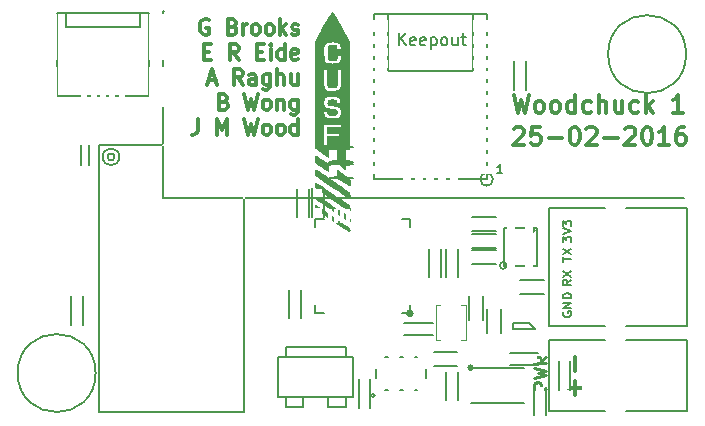
<source format=gto>
G04 #@! TF.FileFunction,Legend,Top*
%FSLAX46Y46*%
G04 Gerber Fmt 4.6, Leading zero omitted, Abs format (unit mm)*
G04 Created by KiCad (PCBNEW 4.0.1-stable) date 10/03/2016 22:19:41*
%MOMM*%
G01*
G04 APERTURE LIST*
%ADD10C,0.100000*%
%ADD11C,0.200000*%
%ADD12C,0.187500*%
%ADD13C,0.300000*%
%ADD14C,0.250000*%
%ADD15C,0.150000*%
%ADD16C,0.050000*%
%ADD17R,1.200000X0.300000*%
%ADD18R,0.300000X1.200000*%
%ADD19C,1.500000*%
%ADD20C,1.100000*%
%ADD21C,1.700000*%
%ADD22R,0.600000X1.500000*%
%ADD23R,5.080000X2.413000*%
%ADD24R,0.800000X0.800000*%
%ADD25R,0.500000X0.600000*%
%ADD26R,1.500000X0.700000*%
%ADD27R,1.500000X1.000000*%
%ADD28R,0.700000X1.500000*%
%ADD29C,1.016000*%
%ADD30R,0.500000X2.250000*%
%ADD31R,2.050000X4.000000*%
%ADD32R,2.050000X3.500000*%
%ADD33C,0.900000*%
%ADD34R,0.700000X0.950000*%
%ADD35R,0.950000X0.700000*%
%ADD36R,0.700000X0.800000*%
%ADD37R,0.600000X1.100000*%
%ADD38R,1.400000X0.400000*%
%ADD39R,1.700000X0.800000*%
%ADD40C,6.300000*%
%ADD41C,0.600000*%
G04 APERTURE END LIST*
D10*
D11*
X224100000Y-116150000D02*
X191000000Y-116150000D01*
D12*
X213839286Y-121571428D02*
X213839286Y-121142857D01*
X214589286Y-121357143D02*
X213839286Y-121357143D01*
X213839286Y-120964285D02*
X214589286Y-120464285D01*
X213839286Y-120464285D02*
X214589286Y-120964285D01*
D11*
X175900000Y-112700000D02*
G75*
G03X175900000Y-112700000I-300000J0D01*
G01*
X176307107Y-112700000D02*
G75*
G03X176307107Y-112700000I-707107J0D01*
G01*
X209082843Y-121900000D02*
G75*
G03X209082843Y-121900000I-282843J0D01*
G01*
X207938516Y-114600000D02*
G75*
G03X207938516Y-114600000I-538516J0D01*
G01*
D12*
X208714286Y-114089286D02*
X208285714Y-114089286D01*
X208500000Y-114089286D02*
X208500000Y-113339286D01*
X208428571Y-113446429D01*
X208357143Y-113517857D01*
X208285714Y-113553571D01*
X214589286Y-123125000D02*
X214232143Y-123375000D01*
X214589286Y-123553572D02*
X213839286Y-123553572D01*
X213839286Y-123267857D01*
X213875000Y-123196429D01*
X213910714Y-123160714D01*
X213982143Y-123125000D01*
X214089286Y-123125000D01*
X214160714Y-123160714D01*
X214196429Y-123196429D01*
X214232143Y-123267857D01*
X214232143Y-123553572D01*
X213839286Y-122875000D02*
X214589286Y-122375000D01*
X213839286Y-122375000D02*
X214589286Y-122875000D01*
X213875000Y-125821428D02*
X213839286Y-125892857D01*
X213839286Y-126000000D01*
X213875000Y-126107143D01*
X213946429Y-126178571D01*
X214017857Y-126214286D01*
X214160714Y-126250000D01*
X214267857Y-126250000D01*
X214410714Y-126214286D01*
X214482143Y-126178571D01*
X214553571Y-126107143D01*
X214589286Y-126000000D01*
X214589286Y-125928571D01*
X214553571Y-125821428D01*
X214517857Y-125785714D01*
X214267857Y-125785714D01*
X214267857Y-125928571D01*
X214589286Y-125464286D02*
X213839286Y-125464286D01*
X214589286Y-125035714D01*
X213839286Y-125035714D01*
X214589286Y-124678572D02*
X213839286Y-124678572D01*
X213839286Y-124500000D01*
X213875000Y-124392857D01*
X213946429Y-124321429D01*
X214017857Y-124285714D01*
X214160714Y-124250000D01*
X214267857Y-124250000D01*
X214410714Y-124285714D01*
X214482143Y-124321429D01*
X214553571Y-124392857D01*
X214589286Y-124500000D01*
X214589286Y-124678572D01*
X213839286Y-119928571D02*
X213839286Y-119464285D01*
X214125000Y-119714285D01*
X214125000Y-119607143D01*
X214160714Y-119535714D01*
X214196429Y-119500000D01*
X214267857Y-119464285D01*
X214446429Y-119464285D01*
X214517857Y-119500000D01*
X214553571Y-119535714D01*
X214589286Y-119607143D01*
X214589286Y-119821428D01*
X214553571Y-119892857D01*
X214517857Y-119928571D01*
X213839286Y-119249999D02*
X214589286Y-118999999D01*
X213839286Y-118749999D01*
X213839286Y-118571428D02*
X213839286Y-118107142D01*
X214125000Y-118357142D01*
X214125000Y-118250000D01*
X214160714Y-118178571D01*
X214196429Y-118142857D01*
X214267857Y-118107142D01*
X214446429Y-118107142D01*
X214517857Y-118142857D01*
X214553571Y-118178571D01*
X214589286Y-118250000D01*
X214589286Y-118464285D01*
X214553571Y-118535714D01*
X214517857Y-118571428D01*
D13*
X214857143Y-132821428D02*
X214857143Y-131678571D01*
X215428571Y-132250000D02*
X214285714Y-132250000D01*
X214857143Y-130821428D02*
X214857143Y-129678571D01*
D14*
X212452381Y-132333333D02*
X211452381Y-132333333D01*
X211452381Y-131952380D01*
X211500000Y-131857142D01*
X211547619Y-131809523D01*
X211642857Y-131761904D01*
X211785714Y-131761904D01*
X211880952Y-131809523D01*
X211928571Y-131857142D01*
X211976190Y-131952380D01*
X211976190Y-132333333D01*
X211452381Y-131428571D02*
X212452381Y-131190476D01*
X211738095Y-130999999D01*
X212452381Y-130809523D01*
X211452381Y-130571428D01*
X212452381Y-129619047D02*
X211976190Y-129952381D01*
X212452381Y-130190476D02*
X211452381Y-130190476D01*
X211452381Y-129809523D01*
X211500000Y-129714285D01*
X211547619Y-129666666D01*
X211642857Y-129619047D01*
X211785714Y-129619047D01*
X211880952Y-129666666D01*
X211928571Y-129714285D01*
X211976190Y-129809523D01*
X211976190Y-130190476D01*
D13*
X209714287Y-110321429D02*
X209785716Y-110250000D01*
X209928573Y-110178571D01*
X210285716Y-110178571D01*
X210428573Y-110250000D01*
X210500002Y-110321429D01*
X210571430Y-110464286D01*
X210571430Y-110607143D01*
X210500002Y-110821429D01*
X209642859Y-111678571D01*
X210571430Y-111678571D01*
X211928573Y-110178571D02*
X211214287Y-110178571D01*
X211142858Y-110892857D01*
X211214287Y-110821429D01*
X211357144Y-110750000D01*
X211714287Y-110750000D01*
X211857144Y-110821429D01*
X211928573Y-110892857D01*
X212000001Y-111035714D01*
X212000001Y-111392857D01*
X211928573Y-111535714D01*
X211857144Y-111607143D01*
X211714287Y-111678571D01*
X211357144Y-111678571D01*
X211214287Y-111607143D01*
X211142858Y-111535714D01*
X212642858Y-111107143D02*
X213785715Y-111107143D01*
X214785715Y-110178571D02*
X214928572Y-110178571D01*
X215071429Y-110250000D01*
X215142858Y-110321429D01*
X215214287Y-110464286D01*
X215285715Y-110750000D01*
X215285715Y-111107143D01*
X215214287Y-111392857D01*
X215142858Y-111535714D01*
X215071429Y-111607143D01*
X214928572Y-111678571D01*
X214785715Y-111678571D01*
X214642858Y-111607143D01*
X214571429Y-111535714D01*
X214500001Y-111392857D01*
X214428572Y-111107143D01*
X214428572Y-110750000D01*
X214500001Y-110464286D01*
X214571429Y-110321429D01*
X214642858Y-110250000D01*
X214785715Y-110178571D01*
X215857143Y-110321429D02*
X215928572Y-110250000D01*
X216071429Y-110178571D01*
X216428572Y-110178571D01*
X216571429Y-110250000D01*
X216642858Y-110321429D01*
X216714286Y-110464286D01*
X216714286Y-110607143D01*
X216642858Y-110821429D01*
X215785715Y-111678571D01*
X216714286Y-111678571D01*
X217357143Y-111107143D02*
X218500000Y-111107143D01*
X219142857Y-110321429D02*
X219214286Y-110250000D01*
X219357143Y-110178571D01*
X219714286Y-110178571D01*
X219857143Y-110250000D01*
X219928572Y-110321429D01*
X220000000Y-110464286D01*
X220000000Y-110607143D01*
X219928572Y-110821429D01*
X219071429Y-111678571D01*
X220000000Y-111678571D01*
X220928571Y-110178571D02*
X221071428Y-110178571D01*
X221214285Y-110250000D01*
X221285714Y-110321429D01*
X221357143Y-110464286D01*
X221428571Y-110750000D01*
X221428571Y-111107143D01*
X221357143Y-111392857D01*
X221285714Y-111535714D01*
X221214285Y-111607143D01*
X221071428Y-111678571D01*
X220928571Y-111678571D01*
X220785714Y-111607143D01*
X220714285Y-111535714D01*
X220642857Y-111392857D01*
X220571428Y-111107143D01*
X220571428Y-110750000D01*
X220642857Y-110464286D01*
X220714285Y-110321429D01*
X220785714Y-110250000D01*
X220928571Y-110178571D01*
X222857142Y-111678571D02*
X221999999Y-111678571D01*
X222428571Y-111678571D02*
X222428571Y-110178571D01*
X222285714Y-110392857D01*
X222142856Y-110535714D01*
X221999999Y-110607143D01*
X224142856Y-110178571D02*
X223857142Y-110178571D01*
X223714285Y-110250000D01*
X223642856Y-110321429D01*
X223499999Y-110535714D01*
X223428570Y-110821429D01*
X223428570Y-111392857D01*
X223499999Y-111535714D01*
X223571427Y-111607143D01*
X223714285Y-111678571D01*
X223999999Y-111678571D01*
X224142856Y-111607143D01*
X224214285Y-111535714D01*
X224285713Y-111392857D01*
X224285713Y-111035714D01*
X224214285Y-110892857D01*
X224142856Y-110821429D01*
X223999999Y-110750000D01*
X223714285Y-110750000D01*
X223571427Y-110821429D01*
X223499999Y-110892857D01*
X223428570Y-111035714D01*
X209685715Y-107458571D02*
X210042858Y-108958571D01*
X210328572Y-107887143D01*
X210614286Y-108958571D01*
X210971429Y-107458571D01*
X211757144Y-108958571D02*
X211614286Y-108887143D01*
X211542858Y-108815714D01*
X211471429Y-108672857D01*
X211471429Y-108244286D01*
X211542858Y-108101429D01*
X211614286Y-108030000D01*
X211757144Y-107958571D01*
X211971429Y-107958571D01*
X212114286Y-108030000D01*
X212185715Y-108101429D01*
X212257144Y-108244286D01*
X212257144Y-108672857D01*
X212185715Y-108815714D01*
X212114286Y-108887143D01*
X211971429Y-108958571D01*
X211757144Y-108958571D01*
X213114287Y-108958571D02*
X212971429Y-108887143D01*
X212900001Y-108815714D01*
X212828572Y-108672857D01*
X212828572Y-108244286D01*
X212900001Y-108101429D01*
X212971429Y-108030000D01*
X213114287Y-107958571D01*
X213328572Y-107958571D01*
X213471429Y-108030000D01*
X213542858Y-108101429D01*
X213614287Y-108244286D01*
X213614287Y-108672857D01*
X213542858Y-108815714D01*
X213471429Y-108887143D01*
X213328572Y-108958571D01*
X213114287Y-108958571D01*
X214900001Y-108958571D02*
X214900001Y-107458571D01*
X214900001Y-108887143D02*
X214757144Y-108958571D01*
X214471430Y-108958571D01*
X214328572Y-108887143D01*
X214257144Y-108815714D01*
X214185715Y-108672857D01*
X214185715Y-108244286D01*
X214257144Y-108101429D01*
X214328572Y-108030000D01*
X214471430Y-107958571D01*
X214757144Y-107958571D01*
X214900001Y-108030000D01*
X216257144Y-108887143D02*
X216114287Y-108958571D01*
X215828573Y-108958571D01*
X215685715Y-108887143D01*
X215614287Y-108815714D01*
X215542858Y-108672857D01*
X215542858Y-108244286D01*
X215614287Y-108101429D01*
X215685715Y-108030000D01*
X215828573Y-107958571D01*
X216114287Y-107958571D01*
X216257144Y-108030000D01*
X216900001Y-108958571D02*
X216900001Y-107458571D01*
X217542858Y-108958571D02*
X217542858Y-108172857D01*
X217471429Y-108030000D01*
X217328572Y-107958571D01*
X217114287Y-107958571D01*
X216971429Y-108030000D01*
X216900001Y-108101429D01*
X218900001Y-107958571D02*
X218900001Y-108958571D01*
X218257144Y-107958571D02*
X218257144Y-108744286D01*
X218328572Y-108887143D01*
X218471430Y-108958571D01*
X218685715Y-108958571D01*
X218828572Y-108887143D01*
X218900001Y-108815714D01*
X220257144Y-108887143D02*
X220114287Y-108958571D01*
X219828573Y-108958571D01*
X219685715Y-108887143D01*
X219614287Y-108815714D01*
X219542858Y-108672857D01*
X219542858Y-108244286D01*
X219614287Y-108101429D01*
X219685715Y-108030000D01*
X219828573Y-107958571D01*
X220114287Y-107958571D01*
X220257144Y-108030000D01*
X220900001Y-108958571D02*
X220900001Y-107458571D01*
X221042858Y-108387143D02*
X221471429Y-108958571D01*
X221471429Y-107958571D02*
X220900001Y-108530000D01*
X224042858Y-108958571D02*
X223185715Y-108958571D01*
X223614287Y-108958571D02*
X223614287Y-107458571D01*
X223471430Y-107672857D01*
X223328572Y-107815714D01*
X223185715Y-107887143D01*
X183858096Y-101110000D02*
X183734287Y-101048095D01*
X183548572Y-101048095D01*
X183362858Y-101110000D01*
X183239049Y-101233810D01*
X183177144Y-101357619D01*
X183115239Y-101605238D01*
X183115239Y-101790952D01*
X183177144Y-102038571D01*
X183239049Y-102162381D01*
X183362858Y-102286190D01*
X183548572Y-102348095D01*
X183672382Y-102348095D01*
X183858096Y-102286190D01*
X183920001Y-102224286D01*
X183920001Y-101790952D01*
X183672382Y-101790952D01*
X185900953Y-101667143D02*
X186086667Y-101729048D01*
X186148572Y-101790952D01*
X186210477Y-101914762D01*
X186210477Y-102100476D01*
X186148572Y-102224286D01*
X186086667Y-102286190D01*
X185962858Y-102348095D01*
X185467620Y-102348095D01*
X185467620Y-101048095D01*
X185900953Y-101048095D01*
X186024763Y-101110000D01*
X186086667Y-101171905D01*
X186148572Y-101295714D01*
X186148572Y-101419524D01*
X186086667Y-101543333D01*
X186024763Y-101605238D01*
X185900953Y-101667143D01*
X185467620Y-101667143D01*
X186767620Y-102348095D02*
X186767620Y-101481429D01*
X186767620Y-101729048D02*
X186829525Y-101605238D01*
X186891429Y-101543333D01*
X187015239Y-101481429D01*
X187139048Y-101481429D01*
X187758096Y-102348095D02*
X187634287Y-102286190D01*
X187572382Y-102224286D01*
X187510477Y-102100476D01*
X187510477Y-101729048D01*
X187572382Y-101605238D01*
X187634287Y-101543333D01*
X187758096Y-101481429D01*
X187943810Y-101481429D01*
X188067620Y-101543333D01*
X188129525Y-101605238D01*
X188191429Y-101729048D01*
X188191429Y-102100476D01*
X188129525Y-102224286D01*
X188067620Y-102286190D01*
X187943810Y-102348095D01*
X187758096Y-102348095D01*
X188934286Y-102348095D02*
X188810477Y-102286190D01*
X188748572Y-102224286D01*
X188686667Y-102100476D01*
X188686667Y-101729048D01*
X188748572Y-101605238D01*
X188810477Y-101543333D01*
X188934286Y-101481429D01*
X189120000Y-101481429D01*
X189243810Y-101543333D01*
X189305715Y-101605238D01*
X189367619Y-101729048D01*
X189367619Y-102100476D01*
X189305715Y-102224286D01*
X189243810Y-102286190D01*
X189120000Y-102348095D01*
X188934286Y-102348095D01*
X189924762Y-102348095D02*
X189924762Y-101048095D01*
X190048571Y-101852857D02*
X190420000Y-102348095D01*
X190420000Y-101481429D02*
X189924762Y-101976667D01*
X190915238Y-102286190D02*
X191039048Y-102348095D01*
X191286667Y-102348095D01*
X191410476Y-102286190D01*
X191472381Y-102162381D01*
X191472381Y-102100476D01*
X191410476Y-101976667D01*
X191286667Y-101914762D01*
X191100952Y-101914762D01*
X190977143Y-101852857D01*
X190915238Y-101729048D01*
X190915238Y-101667143D01*
X190977143Y-101543333D01*
X191100952Y-101481429D01*
X191286667Y-101481429D01*
X191410476Y-101543333D01*
X183486668Y-103787143D02*
X183920001Y-103787143D01*
X184105715Y-104468095D02*
X183486668Y-104468095D01*
X183486668Y-103168095D01*
X184105715Y-103168095D01*
X186396191Y-104468095D02*
X185962858Y-103849048D01*
X185653334Y-104468095D02*
X185653334Y-103168095D01*
X186148572Y-103168095D01*
X186272381Y-103230000D01*
X186334286Y-103291905D01*
X186396191Y-103415714D01*
X186396191Y-103601429D01*
X186334286Y-103725238D01*
X186272381Y-103787143D01*
X186148572Y-103849048D01*
X185653334Y-103849048D01*
X187943810Y-103787143D02*
X188377143Y-103787143D01*
X188562857Y-104468095D02*
X187943810Y-104468095D01*
X187943810Y-103168095D01*
X188562857Y-103168095D01*
X189120000Y-104468095D02*
X189120000Y-103601429D01*
X189120000Y-103168095D02*
X189058095Y-103230000D01*
X189120000Y-103291905D01*
X189181905Y-103230000D01*
X189120000Y-103168095D01*
X189120000Y-103291905D01*
X190296191Y-104468095D02*
X190296191Y-103168095D01*
X190296191Y-104406190D02*
X190172381Y-104468095D01*
X189924762Y-104468095D01*
X189800953Y-104406190D01*
X189739048Y-104344286D01*
X189677143Y-104220476D01*
X189677143Y-103849048D01*
X189739048Y-103725238D01*
X189800953Y-103663333D01*
X189924762Y-103601429D01*
X190172381Y-103601429D01*
X190296191Y-103663333D01*
X191410476Y-104406190D02*
X191286666Y-104468095D01*
X191039047Y-104468095D01*
X190915238Y-104406190D01*
X190853333Y-104282381D01*
X190853333Y-103787143D01*
X190915238Y-103663333D01*
X191039047Y-103601429D01*
X191286666Y-103601429D01*
X191410476Y-103663333D01*
X191472381Y-103787143D01*
X191472381Y-103910952D01*
X190853333Y-104034762D01*
X183858097Y-106216667D02*
X184477145Y-106216667D01*
X183734288Y-106588095D02*
X184167621Y-105288095D01*
X184600954Y-106588095D01*
X186767621Y-106588095D02*
X186334288Y-105969048D01*
X186024764Y-106588095D02*
X186024764Y-105288095D01*
X186520002Y-105288095D01*
X186643811Y-105350000D01*
X186705716Y-105411905D01*
X186767621Y-105535714D01*
X186767621Y-105721429D01*
X186705716Y-105845238D01*
X186643811Y-105907143D01*
X186520002Y-105969048D01*
X186024764Y-105969048D01*
X187881907Y-106588095D02*
X187881907Y-105907143D01*
X187820002Y-105783333D01*
X187696192Y-105721429D01*
X187448573Y-105721429D01*
X187324764Y-105783333D01*
X187881907Y-106526190D02*
X187758097Y-106588095D01*
X187448573Y-106588095D01*
X187324764Y-106526190D01*
X187262859Y-106402381D01*
X187262859Y-106278571D01*
X187324764Y-106154762D01*
X187448573Y-106092857D01*
X187758097Y-106092857D01*
X187881907Y-106030952D01*
X189058097Y-105721429D02*
X189058097Y-106773810D01*
X188996192Y-106897619D01*
X188934287Y-106959524D01*
X188810478Y-107021429D01*
X188624763Y-107021429D01*
X188500954Y-106959524D01*
X189058097Y-106526190D02*
X188934287Y-106588095D01*
X188686668Y-106588095D01*
X188562859Y-106526190D01*
X188500954Y-106464286D01*
X188439049Y-106340476D01*
X188439049Y-105969048D01*
X188500954Y-105845238D01*
X188562859Y-105783333D01*
X188686668Y-105721429D01*
X188934287Y-105721429D01*
X189058097Y-105783333D01*
X189677144Y-106588095D02*
X189677144Y-105288095D01*
X190234287Y-106588095D02*
X190234287Y-105907143D01*
X190172382Y-105783333D01*
X190048572Y-105721429D01*
X189862858Y-105721429D01*
X189739049Y-105783333D01*
X189677144Y-105845238D01*
X191410477Y-105721429D02*
X191410477Y-106588095D01*
X190853334Y-105721429D02*
X190853334Y-106402381D01*
X190915239Y-106526190D01*
X191039048Y-106588095D01*
X191224762Y-106588095D01*
X191348572Y-106526190D01*
X191410477Y-106464286D01*
X185158097Y-108027143D02*
X185343811Y-108089048D01*
X185405716Y-108150952D01*
X185467621Y-108274762D01*
X185467621Y-108460476D01*
X185405716Y-108584286D01*
X185343811Y-108646190D01*
X185220002Y-108708095D01*
X184724764Y-108708095D01*
X184724764Y-107408095D01*
X185158097Y-107408095D01*
X185281907Y-107470000D01*
X185343811Y-107531905D01*
X185405716Y-107655714D01*
X185405716Y-107779524D01*
X185343811Y-107903333D01*
X185281907Y-107965238D01*
X185158097Y-108027143D01*
X184724764Y-108027143D01*
X186891430Y-107408095D02*
X187200954Y-108708095D01*
X187448573Y-107779524D01*
X187696192Y-108708095D01*
X188005716Y-107408095D01*
X188686668Y-108708095D02*
X188562859Y-108646190D01*
X188500954Y-108584286D01*
X188439049Y-108460476D01*
X188439049Y-108089048D01*
X188500954Y-107965238D01*
X188562859Y-107903333D01*
X188686668Y-107841429D01*
X188872382Y-107841429D01*
X188996192Y-107903333D01*
X189058097Y-107965238D01*
X189120001Y-108089048D01*
X189120001Y-108460476D01*
X189058097Y-108584286D01*
X188996192Y-108646190D01*
X188872382Y-108708095D01*
X188686668Y-108708095D01*
X189677144Y-107841429D02*
X189677144Y-108708095D01*
X189677144Y-107965238D02*
X189739049Y-107903333D01*
X189862858Y-107841429D01*
X190048572Y-107841429D01*
X190172382Y-107903333D01*
X190234287Y-108027143D01*
X190234287Y-108708095D01*
X191410477Y-107841429D02*
X191410477Y-108893810D01*
X191348572Y-109017619D01*
X191286667Y-109079524D01*
X191162858Y-109141429D01*
X190977143Y-109141429D01*
X190853334Y-109079524D01*
X191410477Y-108646190D02*
X191286667Y-108708095D01*
X191039048Y-108708095D01*
X190915239Y-108646190D01*
X190853334Y-108584286D01*
X190791429Y-108460476D01*
X190791429Y-108089048D01*
X190853334Y-107965238D01*
X190915239Y-107903333D01*
X191039048Y-107841429D01*
X191286667Y-107841429D01*
X191410477Y-107903333D01*
X182929526Y-109528095D02*
X182929526Y-110456667D01*
X182867622Y-110642381D01*
X182743812Y-110766190D01*
X182558098Y-110828095D01*
X182434288Y-110828095D01*
X184539050Y-110828095D02*
X184539050Y-109528095D01*
X184972383Y-110456667D01*
X185405716Y-109528095D01*
X185405716Y-110828095D01*
X186891430Y-109528095D02*
X187200954Y-110828095D01*
X187448573Y-109899524D01*
X187696192Y-110828095D01*
X188005716Y-109528095D01*
X188686668Y-110828095D02*
X188562859Y-110766190D01*
X188500954Y-110704286D01*
X188439049Y-110580476D01*
X188439049Y-110209048D01*
X188500954Y-110085238D01*
X188562859Y-110023333D01*
X188686668Y-109961429D01*
X188872382Y-109961429D01*
X188996192Y-110023333D01*
X189058097Y-110085238D01*
X189120001Y-110209048D01*
X189120001Y-110580476D01*
X189058097Y-110704286D01*
X188996192Y-110766190D01*
X188872382Y-110828095D01*
X188686668Y-110828095D01*
X189862858Y-110828095D02*
X189739049Y-110766190D01*
X189677144Y-110704286D01*
X189615239Y-110580476D01*
X189615239Y-110209048D01*
X189677144Y-110085238D01*
X189739049Y-110023333D01*
X189862858Y-109961429D01*
X190048572Y-109961429D01*
X190172382Y-110023333D01*
X190234287Y-110085238D01*
X190296191Y-110209048D01*
X190296191Y-110580476D01*
X190234287Y-110704286D01*
X190172382Y-110766190D01*
X190048572Y-110828095D01*
X189862858Y-110828095D01*
X191410477Y-110828095D02*
X191410477Y-109528095D01*
X191410477Y-110766190D02*
X191286667Y-110828095D01*
X191039048Y-110828095D01*
X190915239Y-110766190D01*
X190853334Y-110704286D01*
X190791429Y-110580476D01*
X190791429Y-110209048D01*
X190853334Y-110085238D01*
X190915239Y-110023333D01*
X191039048Y-109961429D01*
X191286667Y-109961429D01*
X191410477Y-110023333D01*
D11*
X180000000Y-100350000D02*
X180050000Y-100350000D01*
X180000000Y-116150000D02*
X180000000Y-100350000D01*
X189650000Y-116150000D02*
X180000000Y-116150000D01*
X191050000Y-116150000D02*
X189650000Y-116150000D01*
D14*
X201100000Y-125950000D02*
G75*
G03X201100000Y-125950000I-200000J0D01*
G01*
D15*
X200900000Y-125250000D02*
X200900000Y-125950000D01*
X200900000Y-125950000D02*
X200200000Y-125950000D01*
X200900000Y-117950000D02*
X200900000Y-118650000D01*
X200900000Y-117950000D02*
X200200000Y-117950000D01*
X192900000Y-118650000D02*
X192900000Y-117950000D01*
X192900000Y-117950000D02*
X193600000Y-117950000D01*
X193600000Y-125950000D02*
X192900000Y-125950000D01*
X192900000Y-125950000D02*
X192900000Y-125250000D01*
D11*
X224400000Y-127050000D02*
X224400000Y-117050000D01*
X219200000Y-127050000D02*
X224400000Y-127050000D01*
X212700000Y-127050000D02*
X217400000Y-127050000D01*
X212700000Y-117050000D02*
X212700000Y-127050000D01*
X217400000Y-117050000D02*
X212700000Y-117050000D01*
X224400000Y-117050000D02*
X219200000Y-117050000D01*
D15*
X174575000Y-111700000D02*
X186875000Y-111700000D01*
X186875000Y-111700000D02*
X186875000Y-134300000D01*
X186875000Y-134300000D02*
X174575000Y-134300000D01*
X174575000Y-134300000D02*
X174575000Y-111700000D01*
X197950000Y-132900000D02*
G75*
G03X197950000Y-132900000I-150000J0D01*
G01*
X197850000Y-132900000D02*
G75*
G03X197850000Y-132900000I-50000J0D01*
G01*
X198050000Y-131400000D02*
X198050000Y-130650000D01*
X199050000Y-129650000D02*
X198800000Y-129650000D01*
X200300000Y-129650000D02*
X200050000Y-129650000D01*
X201550000Y-129650000D02*
X201300000Y-129650000D01*
X202300000Y-131400000D02*
X202300000Y-130650000D01*
X201300000Y-132400000D02*
X201550000Y-132400000D01*
X200050000Y-132400000D02*
X200300000Y-132400000D01*
X198800000Y-132400000D02*
X199050000Y-132400000D01*
X214500000Y-132400000D02*
X214500000Y-130000000D01*
X213500000Y-132400000D02*
X213500000Y-130000000D01*
X212450000Y-134550000D02*
X212450000Y-132150000D01*
X211450000Y-134550000D02*
X211450000Y-132150000D01*
X204000000Y-130900000D02*
X204000000Y-133300000D01*
X205000000Y-130900000D02*
X205000000Y-133300000D01*
X209700000Y-104600000D02*
X209700000Y-107000000D01*
X210700000Y-104600000D02*
X210700000Y-107000000D01*
X173200000Y-126900000D02*
X173200000Y-124500000D01*
X172200000Y-126900000D02*
X172200000Y-124500000D01*
X202500000Y-120500000D02*
X202500000Y-122900000D01*
X203500000Y-120500000D02*
X203500000Y-122900000D01*
X202850000Y-126750000D02*
X200450000Y-126750000D01*
X202850000Y-127750000D02*
X200450000Y-127750000D01*
X191650000Y-126350000D02*
X191650000Y-123950000D01*
X190650000Y-126350000D02*
X190650000Y-123950000D01*
X193660000Y-117760000D02*
X193660000Y-115360000D01*
X192660000Y-117760000D02*
X192660000Y-115360000D01*
X196570000Y-131520000D02*
X196570000Y-133920000D01*
X197570000Y-131520000D02*
X197570000Y-133920000D01*
X173750000Y-113400000D02*
X173750000Y-111700000D01*
X173050000Y-113400000D02*
X173050000Y-111700000D01*
X206250000Y-105400000D02*
X206250000Y-100600000D01*
X199050000Y-105400000D02*
X199050000Y-100600000D01*
X199050000Y-105400000D02*
X206250000Y-105400000D01*
X197850000Y-114600000D02*
X207450000Y-114600000D01*
X207450000Y-114600000D02*
X207450000Y-100600000D01*
X197850000Y-100600000D02*
X207450000Y-100600000D01*
X197850000Y-114600000D02*
X197850000Y-100600000D01*
X195460000Y-133049500D02*
X195460000Y-133875000D01*
X195460000Y-133875000D02*
X193999500Y-133875000D01*
X193999500Y-133875000D02*
X193999500Y-133049500D01*
X190380000Y-133049500D02*
X190380000Y-133875000D01*
X190380000Y-133875000D02*
X191840500Y-133875000D01*
X191840500Y-133875000D02*
X191840500Y-133049500D01*
X190380000Y-129620500D02*
X190380000Y-128795000D01*
X190380000Y-128795000D02*
X195460000Y-128795000D01*
X195460000Y-128795000D02*
X195460000Y-129620500D01*
X192920000Y-129620500D02*
X196095000Y-129620500D01*
X196095000Y-129620500D02*
X196095000Y-133049500D01*
X196095000Y-133049500D02*
X189745000Y-133049500D01*
X189745000Y-133049500D02*
X189745000Y-129620500D01*
X189745000Y-129620500D02*
X192920000Y-129620500D01*
X178820000Y-107535000D02*
X178820000Y-100535000D01*
X178820000Y-100535000D02*
X171020000Y-100535000D01*
X171020000Y-100535000D02*
X171020000Y-107535000D01*
X171020000Y-107535000D02*
X178820000Y-107535000D01*
X178020000Y-100535000D02*
X171820000Y-100535000D01*
X171820000Y-100535000D02*
X171820000Y-101735000D01*
X171820000Y-101735000D02*
X178020000Y-101735000D01*
X178020000Y-101735000D02*
X178020000Y-100535000D01*
X208200000Y-120600000D02*
X206200000Y-120600000D01*
X208200000Y-121800000D02*
X206200000Y-121800000D01*
X208200000Y-119200000D02*
X206200000Y-119200000D01*
X208200000Y-120400000D02*
X206200000Y-120400000D01*
X208200000Y-117800000D02*
X206200000Y-117800000D01*
X208200000Y-119000000D02*
X206200000Y-119000000D01*
X205910000Y-124510000D02*
X205910000Y-126510000D01*
X207110000Y-124510000D02*
X207110000Y-126510000D01*
X204930000Y-129190000D02*
X202930000Y-129190000D01*
X204930000Y-130390000D02*
X202930000Y-130390000D01*
D11*
X224400000Y-134200000D02*
X224400000Y-128200000D01*
X219200000Y-134200000D02*
X224400000Y-134200000D01*
X212700000Y-134200000D02*
X217400000Y-134200000D01*
X212700000Y-128200000D02*
X212700000Y-134200000D01*
X217400000Y-128200000D02*
X212700000Y-128200000D01*
X224400000Y-128200000D02*
X219200000Y-128200000D01*
D15*
X211511803Y-118950000D02*
G75*
G03X211511803Y-118950000I-111803J0D01*
G01*
X210250000Y-121900000D02*
X208850000Y-121900000D01*
X208850000Y-121900000D02*
X208850000Y-118700000D01*
X208850000Y-118700000D02*
X211650000Y-118700000D01*
X211650000Y-118700000D02*
X211650000Y-121900000D01*
X211650000Y-121900000D02*
X210250000Y-121900000D01*
X209350000Y-130300000D02*
X211750000Y-130300000D01*
X209350000Y-129300000D02*
X211750000Y-129300000D01*
X211500000Y-127300000D02*
X211500000Y-127300000D01*
X211500000Y-127300000D02*
X209600000Y-127300000D01*
X209600000Y-127300000D02*
X209600000Y-126800000D01*
X209600000Y-126800000D02*
X211000000Y-126800000D01*
X211000000Y-126800000D02*
X211500000Y-127300000D01*
X206250000Y-130550000D02*
G75*
G03X206250000Y-130550000I-200000J0D01*
G01*
X206150000Y-130550000D02*
G75*
G03X206150000Y-130550000I-100000J0D01*
G01*
X206050000Y-133550000D02*
X210550000Y-133550000D01*
X206050000Y-130550000D02*
X210550000Y-130550000D01*
X212230000Y-123130000D02*
X210230000Y-123130000D01*
X212230000Y-124330000D02*
X210230000Y-124330000D01*
X208600000Y-127620000D02*
X208600000Y-125620000D01*
X207400000Y-127620000D02*
X207400000Y-125620000D01*
X194100000Y-113100000D02*
X196100000Y-113100000D01*
X194100000Y-111900000D02*
X196100000Y-111900000D01*
X194100000Y-114500000D02*
X196100000Y-114500000D01*
X194100000Y-113300000D02*
X196100000Y-113300000D01*
D16*
X205650000Y-125410000D02*
X205650000Y-125210000D01*
X205650000Y-125210000D02*
X205250000Y-125210000D01*
X203150000Y-125210000D02*
X203550000Y-125210000D01*
X203150000Y-125210000D02*
X203150000Y-125460000D01*
X203550000Y-128210000D02*
X203150000Y-128210000D01*
X203150000Y-128210000D02*
X203150000Y-128010000D01*
X205650000Y-128010000D02*
X205650000Y-128210000D01*
X205650000Y-128210000D02*
X205250000Y-128210000D01*
X205650000Y-126710000D02*
X205650000Y-128010000D01*
X203150000Y-128010000D02*
X203150000Y-125410000D01*
X205650000Y-125410000D02*
X205650000Y-126710000D01*
D15*
X204000000Y-120500000D02*
X204000000Y-122900000D01*
X205000000Y-120500000D02*
X205000000Y-122900000D01*
X192340000Y-117790000D02*
X192340000Y-115390000D01*
X191340000Y-117790000D02*
X191340000Y-115390000D01*
X224290000Y-104000000D02*
G75*
G03X224290000Y-104000000I-3300000J0D01*
G01*
X174300000Y-131000000D02*
G75*
G03X174300000Y-131000000I-3300000J0D01*
G01*
D10*
G36*
X195802250Y-118907520D02*
X195793287Y-118974669D01*
X195757068Y-118997469D01*
X195730812Y-118998108D01*
X195691477Y-118979778D01*
X195605504Y-118928255D01*
X195478106Y-118847006D01*
X195314494Y-118739499D01*
X195119879Y-118609202D01*
X194899473Y-118459583D01*
X194658487Y-118294107D01*
X194402133Y-118116244D01*
X194335068Y-118069421D01*
X194074574Y-117886916D01*
X193827905Y-117713332D01*
X193600364Y-117552454D01*
X193397252Y-117408063D01*
X193223868Y-117283945D01*
X193085515Y-117183882D01*
X192987492Y-117111657D01*
X192935101Y-117071055D01*
X192930131Y-117066653D01*
X192862215Y-116964568D01*
X192849500Y-116884090D01*
X192859215Y-116806354D01*
X192894870Y-116781669D01*
X192966227Y-116805112D01*
X192985923Y-116815293D01*
X193038400Y-116847623D01*
X193135069Y-116911425D01*
X193269821Y-117002424D01*
X193436542Y-117116343D01*
X193629121Y-117248907D01*
X193841445Y-117395840D01*
X194067401Y-117552865D01*
X194300879Y-117715707D01*
X194535765Y-117880089D01*
X194765948Y-118041736D01*
X194985315Y-118196372D01*
X195187754Y-118339720D01*
X195367153Y-118467506D01*
X195517400Y-118575451D01*
X195632383Y-118659282D01*
X195705988Y-118714721D01*
X195730812Y-118735577D01*
X195783309Y-118822618D01*
X195802250Y-118907520D01*
X195802250Y-118907520D01*
X195802250Y-118907520D01*
G37*
X195802250Y-118907520D02*
X195793287Y-118974669D01*
X195757068Y-118997469D01*
X195730812Y-118998108D01*
X195691477Y-118979778D01*
X195605504Y-118928255D01*
X195478106Y-118847006D01*
X195314494Y-118739499D01*
X195119879Y-118609202D01*
X194899473Y-118459583D01*
X194658487Y-118294107D01*
X194402133Y-118116244D01*
X194335068Y-118069421D01*
X194074574Y-117886916D01*
X193827905Y-117713332D01*
X193600364Y-117552454D01*
X193397252Y-117408063D01*
X193223868Y-117283945D01*
X193085515Y-117183882D01*
X192987492Y-117111657D01*
X192935101Y-117071055D01*
X192930131Y-117066653D01*
X192862215Y-116964568D01*
X192849500Y-116884090D01*
X192859215Y-116806354D01*
X192894870Y-116781669D01*
X192966227Y-116805112D01*
X192985923Y-116815293D01*
X193038400Y-116847623D01*
X193135069Y-116911425D01*
X193269821Y-117002424D01*
X193436542Y-117116343D01*
X193629121Y-117248907D01*
X193841445Y-117395840D01*
X194067401Y-117552865D01*
X194300879Y-117715707D01*
X194535765Y-117880089D01*
X194765948Y-118041736D01*
X194985315Y-118196372D01*
X195187754Y-118339720D01*
X195367153Y-118467506D01*
X195517400Y-118575451D01*
X195632383Y-118659282D01*
X195705988Y-118714721D01*
X195730812Y-118735577D01*
X195783309Y-118822618D01*
X195802250Y-118907520D01*
X195802250Y-118907520D01*
G36*
X195802250Y-118019441D02*
X195796218Y-118102215D01*
X195773097Y-118138071D01*
X195743153Y-118143750D01*
X195706297Y-118126084D01*
X195622578Y-118075359D01*
X195497120Y-117994984D01*
X195335043Y-117888367D01*
X195141471Y-117758916D01*
X194921526Y-117610041D01*
X194680329Y-117445150D01*
X194423004Y-117267651D01*
X194337755Y-117208513D01*
X194075277Y-117025857D01*
X193826972Y-116852449D01*
X193598056Y-116691973D01*
X193393744Y-116548115D01*
X193219254Y-116424560D01*
X193079800Y-116324994D01*
X192980600Y-116253102D01*
X192926868Y-116212569D01*
X192920476Y-116207151D01*
X192869824Y-116136821D01*
X192850459Y-116038226D01*
X192849500Y-115999388D01*
X192858161Y-115899364D01*
X192883815Y-115858648D01*
X192889879Y-115857750D01*
X192922924Y-115875357D01*
X193001988Y-115925462D01*
X193121179Y-116003987D01*
X193274607Y-116106854D01*
X193456381Y-116229987D01*
X193660610Y-116369307D01*
X193881404Y-116520737D01*
X194112872Y-116680200D01*
X194349124Y-116843618D01*
X194584267Y-117006914D01*
X194812413Y-117166011D01*
X195027669Y-117316831D01*
X195224146Y-117455297D01*
X195395953Y-117577331D01*
X195537198Y-117678856D01*
X195641991Y-117755794D01*
X195704442Y-117804069D01*
X195714937Y-117813185D01*
X195780173Y-117896792D01*
X195801854Y-117998028D01*
X195802250Y-118019441D01*
X195802250Y-118019441D01*
X195802250Y-118019441D01*
G37*
X195802250Y-118019441D02*
X195796218Y-118102215D01*
X195773097Y-118138071D01*
X195743153Y-118143750D01*
X195706297Y-118126084D01*
X195622578Y-118075359D01*
X195497120Y-117994984D01*
X195335043Y-117888367D01*
X195141471Y-117758916D01*
X194921526Y-117610041D01*
X194680329Y-117445150D01*
X194423004Y-117267651D01*
X194337755Y-117208513D01*
X194075277Y-117025857D01*
X193826972Y-116852449D01*
X193598056Y-116691973D01*
X193393744Y-116548115D01*
X193219254Y-116424560D01*
X193079800Y-116324994D01*
X192980600Y-116253102D01*
X192926868Y-116212569D01*
X192920476Y-116207151D01*
X192869824Y-116136821D01*
X192850459Y-116038226D01*
X192849500Y-115999388D01*
X192858161Y-115899364D01*
X192883815Y-115858648D01*
X192889879Y-115857750D01*
X192922924Y-115875357D01*
X193001988Y-115925462D01*
X193121179Y-116003987D01*
X193274607Y-116106854D01*
X193456381Y-116229987D01*
X193660610Y-116369307D01*
X193881404Y-116520737D01*
X194112872Y-116680200D01*
X194349124Y-116843618D01*
X194584267Y-117006914D01*
X194812413Y-117166011D01*
X195027669Y-117316831D01*
X195224146Y-117455297D01*
X195395953Y-117577331D01*
X195537198Y-117678856D01*
X195641991Y-117755794D01*
X195704442Y-117804069D01*
X195714937Y-117813185D01*
X195780173Y-117896792D01*
X195801854Y-117998028D01*
X195802250Y-118019441D01*
X195802250Y-118019441D01*
G36*
X195802250Y-117081618D02*
X195798607Y-117169393D01*
X195782018Y-117210421D01*
X195743994Y-117221297D01*
X195730812Y-117221266D01*
X195690543Y-117203133D01*
X195603579Y-117151737D01*
X195475073Y-117070479D01*
X195310178Y-116962759D01*
X195114046Y-116831977D01*
X194891831Y-116681533D01*
X194648685Y-116514826D01*
X194419636Y-116356079D01*
X194163827Y-116177829D01*
X193918737Y-116006889D01*
X193690374Y-115847461D01*
X193484746Y-115703745D01*
X193307858Y-115579942D01*
X193165718Y-115480252D01*
X193064334Y-115408877D01*
X193013146Y-115372499D01*
X192846395Y-115252374D01*
X192855884Y-115070874D01*
X192863736Y-114967885D01*
X192877914Y-114913364D01*
X192905098Y-114892284D01*
X192936544Y-114889375D01*
X192978854Y-114907297D01*
X193066606Y-114958280D01*
X193193806Y-115038149D01*
X193354459Y-115142729D01*
X193542571Y-115267846D01*
X193752146Y-115409324D01*
X193977192Y-115562989D01*
X194211712Y-115724666D01*
X194449713Y-115890179D01*
X194685199Y-116055354D01*
X194912178Y-116216016D01*
X195124653Y-116367991D01*
X195316630Y-116507103D01*
X195482115Y-116629177D01*
X195615114Y-116730039D01*
X195709631Y-116805513D01*
X195759673Y-116851425D01*
X195765509Y-116859601D01*
X195788778Y-116942849D01*
X195801463Y-117050822D01*
X195802250Y-117081618D01*
X195802250Y-117081618D01*
X195802250Y-117081618D01*
G37*
X195802250Y-117081618D02*
X195798607Y-117169393D01*
X195782018Y-117210421D01*
X195743994Y-117221297D01*
X195730812Y-117221266D01*
X195690543Y-117203133D01*
X195603579Y-117151737D01*
X195475073Y-117070479D01*
X195310178Y-116962759D01*
X195114046Y-116831977D01*
X194891831Y-116681533D01*
X194648685Y-116514826D01*
X194419636Y-116356079D01*
X194163827Y-116177829D01*
X193918737Y-116006889D01*
X193690374Y-115847461D01*
X193484746Y-115703745D01*
X193307858Y-115579942D01*
X193165718Y-115480252D01*
X193064334Y-115408877D01*
X193013146Y-115372499D01*
X192846395Y-115252374D01*
X192855884Y-115070874D01*
X192863736Y-114967885D01*
X192877914Y-114913364D01*
X192905098Y-114892284D01*
X192936544Y-114889375D01*
X192978854Y-114907297D01*
X193066606Y-114958280D01*
X193193806Y-115038149D01*
X193354459Y-115142729D01*
X193542571Y-115267846D01*
X193752146Y-115409324D01*
X193977192Y-115562989D01*
X194211712Y-115724666D01*
X194449713Y-115890179D01*
X194685199Y-116055354D01*
X194912178Y-116216016D01*
X195124653Y-116367991D01*
X195316630Y-116507103D01*
X195482115Y-116629177D01*
X195615114Y-116730039D01*
X195709631Y-116805513D01*
X195759673Y-116851425D01*
X195765509Y-116859601D01*
X195788778Y-116942849D01*
X195801463Y-117050822D01*
X195802250Y-117081618D01*
X195802250Y-117081618D01*
G36*
X195802250Y-115967431D02*
X195800642Y-116079021D01*
X195792565Y-116141275D01*
X195773134Y-116168336D01*
X195737465Y-116174348D01*
X195730812Y-116174314D01*
X195690464Y-116156293D01*
X195602782Y-116104618D01*
X195472296Y-116022277D01*
X195303532Y-115912257D01*
X195101020Y-115777546D01*
X194869287Y-115621133D01*
X194612863Y-115446003D01*
X194336275Y-115255146D01*
X194310000Y-115236919D01*
X194047632Y-115054298D01*
X193799915Y-114880837D01*
X193571998Y-114720213D01*
X193369030Y-114576104D01*
X193196160Y-114452187D01*
X193058538Y-114352140D01*
X192961312Y-114279641D01*
X192909633Y-114238367D01*
X192903682Y-114232508D01*
X192870430Y-114162205D01*
X192853434Y-114063439D01*
X192851986Y-113955448D01*
X192865381Y-113857466D01*
X192892913Y-113788731D01*
X192920723Y-113768219D01*
X192954998Y-113784014D01*
X193035311Y-113832228D01*
X193155723Y-113908799D01*
X193310295Y-114009667D01*
X193493087Y-114130774D01*
X193698160Y-114268058D01*
X193919577Y-114417459D01*
X194151396Y-114574918D01*
X194387680Y-114736374D01*
X194622489Y-114897767D01*
X194849885Y-115055037D01*
X195063927Y-115204124D01*
X195258678Y-115340968D01*
X195428198Y-115461508D01*
X195566547Y-115561685D01*
X195667788Y-115637438D01*
X195725980Y-115684708D01*
X195730812Y-115689271D01*
X195771236Y-115740068D01*
X195793081Y-115804515D01*
X195801483Y-115902611D01*
X195802250Y-115967431D01*
X195802250Y-115967431D01*
X195802250Y-115967431D01*
G37*
X195802250Y-115967431D02*
X195800642Y-116079021D01*
X195792565Y-116141275D01*
X195773134Y-116168336D01*
X195737465Y-116174348D01*
X195730812Y-116174314D01*
X195690464Y-116156293D01*
X195602782Y-116104618D01*
X195472296Y-116022277D01*
X195303532Y-115912257D01*
X195101020Y-115777546D01*
X194869287Y-115621133D01*
X194612863Y-115446003D01*
X194336275Y-115255146D01*
X194310000Y-115236919D01*
X194047632Y-115054298D01*
X193799915Y-114880837D01*
X193571998Y-114720213D01*
X193369030Y-114576104D01*
X193196160Y-114452187D01*
X193058538Y-114352140D01*
X192961312Y-114279641D01*
X192909633Y-114238367D01*
X192903682Y-114232508D01*
X192870430Y-114162205D01*
X192853434Y-114063439D01*
X192851986Y-113955448D01*
X192865381Y-113857466D01*
X192892913Y-113788731D01*
X192920723Y-113768219D01*
X192954998Y-113784014D01*
X193035311Y-113832228D01*
X193155723Y-113908799D01*
X193310295Y-114009667D01*
X193493087Y-114130774D01*
X193698160Y-114268058D01*
X193919577Y-114417459D01*
X194151396Y-114574918D01*
X194387680Y-114736374D01*
X194622489Y-114897767D01*
X194849885Y-115055037D01*
X195063927Y-115204124D01*
X195258678Y-115340968D01*
X195428198Y-115461508D01*
X195566547Y-115561685D01*
X195667788Y-115637438D01*
X195725980Y-115684708D01*
X195730812Y-115689271D01*
X195771236Y-115740068D01*
X195793081Y-115804515D01*
X195801483Y-115902611D01*
X195802250Y-115967431D01*
X195802250Y-115967431D01*
G36*
X195802250Y-114845267D02*
X195801183Y-114970265D01*
X195795512Y-115044664D01*
X195781530Y-115081355D01*
X195755531Y-115093233D01*
X195730812Y-115093765D01*
X195681110Y-115075441D01*
X195590722Y-115026179D01*
X195470317Y-114952391D01*
X195330560Y-114860490D01*
X195246625Y-114802668D01*
X195116238Y-114711501D01*
X194943995Y-114591315D01*
X194740210Y-114449292D01*
X194515197Y-114292617D01*
X194279269Y-114128471D01*
X194042739Y-113964038D01*
X193944875Y-113896046D01*
X193729482Y-113745675D01*
X193526762Y-113602715D01*
X193343689Y-113472193D01*
X193187233Y-113359135D01*
X193064368Y-113268567D01*
X192982067Y-113205517D01*
X192952687Y-113180790D01*
X192900644Y-113127922D01*
X192869893Y-113079144D01*
X192854848Y-113015749D01*
X192849922Y-112919031D01*
X192849500Y-112835271D01*
X192850603Y-112711064D01*
X192856426Y-112637341D01*
X192870734Y-112601093D01*
X192897295Y-112589312D01*
X192920937Y-112588579D01*
X192958791Y-112606401D01*
X193042541Y-112656741D01*
X193166207Y-112735491D01*
X193323810Y-112838548D01*
X193509370Y-112961806D01*
X193716909Y-113101158D01*
X193940446Y-113252500D01*
X194174003Y-113411725D01*
X194411599Y-113574729D01*
X194647256Y-113737405D01*
X194874994Y-113895648D01*
X195088834Y-114045354D01*
X195282796Y-114182415D01*
X195450901Y-114302726D01*
X195587169Y-114402183D01*
X195685621Y-114476679D01*
X195740278Y-114522108D01*
X195746687Y-114528783D01*
X195777318Y-114582660D01*
X195794797Y-114663900D01*
X195801788Y-114787668D01*
X195802250Y-114845267D01*
X195802250Y-114845267D01*
X195802250Y-114845267D01*
G37*
X195802250Y-114845267D02*
X195801183Y-114970265D01*
X195795512Y-115044664D01*
X195781530Y-115081355D01*
X195755531Y-115093233D01*
X195730812Y-115093765D01*
X195681110Y-115075441D01*
X195590722Y-115026179D01*
X195470317Y-114952391D01*
X195330560Y-114860490D01*
X195246625Y-114802668D01*
X195116238Y-114711501D01*
X194943995Y-114591315D01*
X194740210Y-114449292D01*
X194515197Y-114292617D01*
X194279269Y-114128471D01*
X194042739Y-113964038D01*
X193944875Y-113896046D01*
X193729482Y-113745675D01*
X193526762Y-113602715D01*
X193343689Y-113472193D01*
X193187233Y-113359135D01*
X193064368Y-113268567D01*
X192982067Y-113205517D01*
X192952687Y-113180790D01*
X192900644Y-113127922D01*
X192869893Y-113079144D01*
X192854848Y-113015749D01*
X192849922Y-112919031D01*
X192849500Y-112835271D01*
X192850603Y-112711064D01*
X192856426Y-112637341D01*
X192870734Y-112601093D01*
X192897295Y-112589312D01*
X192920937Y-112588579D01*
X192958791Y-112606401D01*
X193042541Y-112656741D01*
X193166207Y-112735491D01*
X193323810Y-112838548D01*
X193509370Y-112961806D01*
X193716909Y-113101158D01*
X193940446Y-113252500D01*
X194174003Y-113411725D01*
X194411599Y-113574729D01*
X194647256Y-113737405D01*
X194874994Y-113895648D01*
X195088834Y-114045354D01*
X195282796Y-114182415D01*
X195450901Y-114302726D01*
X195587169Y-114402183D01*
X195685621Y-114476679D01*
X195740278Y-114522108D01*
X195746687Y-114528783D01*
X195777318Y-114582660D01*
X195794797Y-114663900D01*
X195801788Y-114787668D01*
X195802250Y-114845267D01*
X195802250Y-114845267D01*
G36*
X195786375Y-108394241D02*
X195786337Y-109089253D01*
X195786207Y-109723510D01*
X195785961Y-110299757D01*
X195785572Y-110820740D01*
X195785017Y-111289203D01*
X195784269Y-111707892D01*
X195783304Y-112079551D01*
X195782096Y-112406927D01*
X195780621Y-112692763D01*
X195778854Y-112939806D01*
X195776769Y-113150800D01*
X195774341Y-113328490D01*
X195771546Y-113475621D01*
X195768357Y-113594940D01*
X195764751Y-113689190D01*
X195760702Y-113761116D01*
X195756184Y-113813465D01*
X195751174Y-113848981D01*
X195745645Y-113870409D01*
X195739573Y-113880495D01*
X195736240Y-113882159D01*
X195685552Y-113870192D01*
X195602640Y-113829442D01*
X195513990Y-113774333D01*
X195263216Y-113602680D01*
X195080819Y-113477222D01*
X195080819Y-104110250D01*
X194905913Y-104110250D01*
X194731008Y-104110250D01*
X194714593Y-104255886D01*
X194697049Y-104351745D01*
X194672077Y-104422640D01*
X194661287Y-104438448D01*
X194614056Y-104456529D01*
X194520077Y-104472489D01*
X194396102Y-104483776D01*
X194347724Y-104486190D01*
X194209152Y-104489850D01*
X194106777Y-104482980D01*
X194034863Y-104457401D01*
X193987674Y-104404938D01*
X193959475Y-104317412D01*
X193944529Y-104186647D01*
X193937100Y-104004464D01*
X193934537Y-103897137D01*
X193931107Y-103674011D01*
X193935391Y-103506382D01*
X193952183Y-103386315D01*
X193986279Y-103305873D01*
X194042472Y-103257122D01*
X194125557Y-103232125D01*
X194240328Y-103222947D01*
X194342622Y-103221683D01*
X194502919Y-103231515D01*
X194609687Y-103264603D01*
X194669970Y-103325149D01*
X194690812Y-103417352D01*
X194691000Y-103429425D01*
X194691000Y-103538750D01*
X194865625Y-103538750D01*
X195040250Y-103538750D01*
X195040250Y-103392735D01*
X195025941Y-103231846D01*
X194979237Y-103109152D01*
X194894469Y-103020746D01*
X194765966Y-102962720D01*
X194588061Y-102931166D01*
X194357625Y-102922167D01*
X194116101Y-102932090D01*
X193928833Y-102964067D01*
X193788683Y-103023922D01*
X193688516Y-103117476D01*
X193621196Y-103250553D01*
X193579588Y-103428975D01*
X193563083Y-103570500D01*
X193556883Y-103723161D01*
X193560805Y-103899736D01*
X193573276Y-104084149D01*
X193592721Y-104260325D01*
X193617566Y-104412190D01*
X193646237Y-104523668D01*
X193659556Y-104555585D01*
X193728860Y-104654213D01*
X193824858Y-104724898D01*
X193955677Y-104770186D01*
X194129444Y-104792620D01*
X194354285Y-104794746D01*
X194416274Y-104792537D01*
X194621864Y-104776964D01*
X194770640Y-104749625D01*
X194844899Y-104722577D01*
X194941868Y-104655563D01*
X195007457Y-104558731D01*
X195047813Y-104420146D01*
X195063843Y-104297460D01*
X195080819Y-104110250D01*
X195080819Y-113477222D01*
X195079285Y-113476166D01*
X195079285Y-105253250D01*
X194904462Y-105253250D01*
X194729640Y-105253250D01*
X194718153Y-105970514D01*
X194714279Y-106201682D01*
X194710412Y-106377732D01*
X194705624Y-106507038D01*
X194698984Y-106597976D01*
X194689563Y-106658921D01*
X194676432Y-106698247D01*
X194658661Y-106724329D01*
X194635320Y-106745542D01*
X194631816Y-106748389D01*
X194546966Y-106786875D01*
X194422751Y-106808610D01*
X194281056Y-106813597D01*
X194143766Y-106801837D01*
X194032765Y-106773331D01*
X193988079Y-106748345D01*
X193963913Y-106727174D01*
X193945458Y-106702306D01*
X193931792Y-106665366D01*
X193921995Y-106607979D01*
X193915146Y-106521771D01*
X193910324Y-106398367D01*
X193906609Y-106229391D01*
X193903078Y-106006468D01*
X193902546Y-105970470D01*
X193891968Y-105253250D01*
X193719984Y-105253250D01*
X193548000Y-105253250D01*
X193548000Y-105899791D01*
X193549932Y-106194346D01*
X193557155Y-106432315D01*
X193571805Y-106620532D01*
X193596020Y-106765833D01*
X193631936Y-106875052D01*
X193681692Y-106955025D01*
X193747423Y-107012586D01*
X193831268Y-107054571D01*
X193917969Y-107083003D01*
X194051744Y-107107014D01*
X194218519Y-107117071D01*
X194398522Y-107114080D01*
X194571982Y-107098946D01*
X194719129Y-107072575D01*
X194808275Y-107042233D01*
X194879525Y-107003568D01*
X194935663Y-106960595D01*
X194978637Y-106905532D01*
X195010394Y-106830598D01*
X195032882Y-106728012D01*
X195048048Y-106589992D01*
X195057839Y-106408756D01*
X195064202Y-106176523D01*
X195067216Y-106007500D01*
X195079285Y-105253250D01*
X195079285Y-113476166D01*
X195072000Y-113471156D01*
X195072000Y-110174500D01*
X195072000Y-110031625D01*
X195072000Y-109888750D01*
X195046942Y-109888750D01*
X195046942Y-108869276D01*
X195041711Y-108713491D01*
X195019350Y-108594420D01*
X194972163Y-108505951D01*
X194892456Y-108441968D01*
X194772533Y-108396357D01*
X194604700Y-108363004D01*
X194381260Y-108335795D01*
X194374689Y-108335119D01*
X194226337Y-108317442D01*
X194099547Y-108297731D01*
X194008748Y-108278526D01*
X193969876Y-108263899D01*
X193941224Y-108206480D01*
X193930391Y-108113808D01*
X193937082Y-108011490D01*
X193961002Y-107925134D01*
X193974050Y-107902505D01*
X194005003Y-107872000D01*
X194052794Y-107853423D01*
X194131824Y-107844002D01*
X194256493Y-107840962D01*
X194294047Y-107840875D01*
X194454514Y-107846619D01*
X194561715Y-107867254D01*
X194625127Y-107907879D01*
X194654224Y-107973595D01*
X194659250Y-108037443D01*
X194664693Y-108079512D01*
X194691312Y-108101423D01*
X194754542Y-108109655D01*
X194833875Y-108110750D01*
X195008500Y-108110750D01*
X195008500Y-107998605D01*
X194995358Y-107889209D01*
X194963581Y-107779017D01*
X194962017Y-107775212D01*
X194915877Y-107695516D01*
X194847811Y-107637258D01*
X194748801Y-107597536D01*
X194609829Y-107573448D01*
X194421879Y-107562090D01*
X194294125Y-107560217D01*
X194061206Y-107565497D01*
X193883757Y-107587158D01*
X193754670Y-107630801D01*
X193666837Y-107702028D01*
X193613150Y-107806440D01*
X193586500Y-107949639D01*
X193579750Y-108123169D01*
X193584688Y-108258955D01*
X193604278Y-108365219D01*
X193645684Y-108446554D01*
X193716069Y-108507554D01*
X193822597Y-108552813D01*
X193972433Y-108586924D01*
X194172738Y-108614481D01*
X194378376Y-108635289D01*
X194495781Y-108651359D01*
X194593244Y-108673899D01*
X194645413Y-108695689D01*
X194682620Y-108756281D01*
X194699423Y-108852196D01*
X194695783Y-108958611D01*
X194671655Y-109050701D01*
X194646081Y-109090025D01*
X194583934Y-109120238D01*
X194478058Y-109142244D01*
X194347871Y-109154525D01*
X194212791Y-109155561D01*
X194092237Y-109143836D01*
X194056000Y-109136165D01*
X193982460Y-109109324D01*
X193942010Y-109063557D01*
X193915545Y-108976944D01*
X193914964Y-108974363D01*
X193885054Y-108841000D01*
X193712922Y-108841000D01*
X193540789Y-108841000D01*
X193562970Y-108988911D01*
X193597329Y-109153091D01*
X193649633Y-109266697D01*
X193730837Y-109342266D01*
X193851901Y-109392340D01*
X193932818Y-109412162D01*
X194048931Y-109426734D01*
X194201229Y-109432066D01*
X194371142Y-109429048D01*
X194540100Y-109418566D01*
X194689533Y-109401509D01*
X194800870Y-109378764D01*
X194828017Y-109369368D01*
X194926787Y-109308471D01*
X194993397Y-109216646D01*
X195031951Y-109084513D01*
X195046557Y-108902695D01*
X195046942Y-108869276D01*
X195046942Y-109888750D01*
X194310000Y-109888750D01*
X193548000Y-109888750D01*
X193548000Y-110809500D01*
X193548000Y-111730250D01*
X193722625Y-111730250D01*
X193897250Y-111730250D01*
X193897250Y-111349250D01*
X193897250Y-110968250D01*
X194405250Y-110968250D01*
X194913250Y-110968250D01*
X194913250Y-110825375D01*
X194913250Y-110682500D01*
X194405250Y-110682500D01*
X193897250Y-110682500D01*
X193897250Y-110428500D01*
X193897250Y-110174500D01*
X194484625Y-110174500D01*
X195072000Y-110174500D01*
X195072000Y-113471156D01*
X195001382Y-113422583D01*
X194733780Y-113237752D01*
X194465702Y-113051897D01*
X194202442Y-112868728D01*
X193949290Y-112691954D01*
X193711539Y-112525285D01*
X193494482Y-112372431D01*
X193303411Y-112237103D01*
X193143618Y-112123009D01*
X193020396Y-112033860D01*
X192939037Y-111973365D01*
X192905062Y-111945504D01*
X192897282Y-111934012D01*
X192890262Y-111916137D01*
X192883962Y-111888744D01*
X192878345Y-111848697D01*
X192873370Y-111792861D01*
X192869000Y-111718099D01*
X192865195Y-111621276D01*
X192861916Y-111499257D01*
X192859125Y-111348907D01*
X192856783Y-111167088D01*
X192854852Y-110950667D01*
X192853291Y-110696506D01*
X192852063Y-110401471D01*
X192851128Y-110062427D01*
X192850449Y-109676236D01*
X192849985Y-109239765D01*
X192849698Y-108749877D01*
X192849550Y-108203436D01*
X192849501Y-107597308D01*
X192849500Y-107458424D01*
X192849709Y-106752948D01*
X192850340Y-106110167D01*
X192851401Y-105529276D01*
X192852895Y-105009470D01*
X192854830Y-104549946D01*
X192857211Y-104149898D01*
X192860045Y-103808523D01*
X192863337Y-103525017D01*
X192867093Y-103298574D01*
X192871320Y-103128391D01*
X192876023Y-103013663D01*
X192881208Y-102953586D01*
X192883068Y-102945504D01*
X192905370Y-102899428D01*
X192955416Y-102804207D01*
X193029819Y-102666038D01*
X193125188Y-102491120D01*
X193238137Y-102285651D01*
X193365275Y-102055830D01*
X193503215Y-101807855D01*
X193587934Y-101656188D01*
X193753016Y-101361811D01*
X193890446Y-101118594D01*
X194003041Y-100921982D01*
X194093617Y-100767422D01*
X194164990Y-100650360D01*
X194219977Y-100566243D01*
X194261394Y-100510517D01*
X194292057Y-100478628D01*
X194314782Y-100466022D01*
X194324302Y-100465563D01*
X194348914Y-100481980D01*
X194388164Y-100528453D01*
X194444271Y-100608554D01*
X194519452Y-100725855D01*
X194615926Y-100883929D01*
X194735911Y-101086348D01*
X194881624Y-101336684D01*
X195055283Y-101638511D01*
X195087875Y-101695427D01*
X195786375Y-102915979D01*
X195786375Y-108394241D01*
X195786375Y-108394241D01*
X195786375Y-108394241D01*
G37*
X195786375Y-108394241D02*
X195786337Y-109089253D01*
X195786207Y-109723510D01*
X195785961Y-110299757D01*
X195785572Y-110820740D01*
X195785017Y-111289203D01*
X195784269Y-111707892D01*
X195783304Y-112079551D01*
X195782096Y-112406927D01*
X195780621Y-112692763D01*
X195778854Y-112939806D01*
X195776769Y-113150800D01*
X195774341Y-113328490D01*
X195771546Y-113475621D01*
X195768357Y-113594940D01*
X195764751Y-113689190D01*
X195760702Y-113761116D01*
X195756184Y-113813465D01*
X195751174Y-113848981D01*
X195745645Y-113870409D01*
X195739573Y-113880495D01*
X195736240Y-113882159D01*
X195685552Y-113870192D01*
X195602640Y-113829442D01*
X195513990Y-113774333D01*
X195263216Y-113602680D01*
X195080819Y-113477222D01*
X195080819Y-104110250D01*
X194905913Y-104110250D01*
X194731008Y-104110250D01*
X194714593Y-104255886D01*
X194697049Y-104351745D01*
X194672077Y-104422640D01*
X194661287Y-104438448D01*
X194614056Y-104456529D01*
X194520077Y-104472489D01*
X194396102Y-104483776D01*
X194347724Y-104486190D01*
X194209152Y-104489850D01*
X194106777Y-104482980D01*
X194034863Y-104457401D01*
X193987674Y-104404938D01*
X193959475Y-104317412D01*
X193944529Y-104186647D01*
X193937100Y-104004464D01*
X193934537Y-103897137D01*
X193931107Y-103674011D01*
X193935391Y-103506382D01*
X193952183Y-103386315D01*
X193986279Y-103305873D01*
X194042472Y-103257122D01*
X194125557Y-103232125D01*
X194240328Y-103222947D01*
X194342622Y-103221683D01*
X194502919Y-103231515D01*
X194609687Y-103264603D01*
X194669970Y-103325149D01*
X194690812Y-103417352D01*
X194691000Y-103429425D01*
X194691000Y-103538750D01*
X194865625Y-103538750D01*
X195040250Y-103538750D01*
X195040250Y-103392735D01*
X195025941Y-103231846D01*
X194979237Y-103109152D01*
X194894469Y-103020746D01*
X194765966Y-102962720D01*
X194588061Y-102931166D01*
X194357625Y-102922167D01*
X194116101Y-102932090D01*
X193928833Y-102964067D01*
X193788683Y-103023922D01*
X193688516Y-103117476D01*
X193621196Y-103250553D01*
X193579588Y-103428975D01*
X193563083Y-103570500D01*
X193556883Y-103723161D01*
X193560805Y-103899736D01*
X193573276Y-104084149D01*
X193592721Y-104260325D01*
X193617566Y-104412190D01*
X193646237Y-104523668D01*
X193659556Y-104555585D01*
X193728860Y-104654213D01*
X193824858Y-104724898D01*
X193955677Y-104770186D01*
X194129444Y-104792620D01*
X194354285Y-104794746D01*
X194416274Y-104792537D01*
X194621864Y-104776964D01*
X194770640Y-104749625D01*
X194844899Y-104722577D01*
X194941868Y-104655563D01*
X195007457Y-104558731D01*
X195047813Y-104420146D01*
X195063843Y-104297460D01*
X195080819Y-104110250D01*
X195080819Y-113477222D01*
X195079285Y-113476166D01*
X195079285Y-105253250D01*
X194904462Y-105253250D01*
X194729640Y-105253250D01*
X194718153Y-105970514D01*
X194714279Y-106201682D01*
X194710412Y-106377732D01*
X194705624Y-106507038D01*
X194698984Y-106597976D01*
X194689563Y-106658921D01*
X194676432Y-106698247D01*
X194658661Y-106724329D01*
X194635320Y-106745542D01*
X194631816Y-106748389D01*
X194546966Y-106786875D01*
X194422751Y-106808610D01*
X194281056Y-106813597D01*
X194143766Y-106801837D01*
X194032765Y-106773331D01*
X193988079Y-106748345D01*
X193963913Y-106727174D01*
X193945458Y-106702306D01*
X193931792Y-106665366D01*
X193921995Y-106607979D01*
X193915146Y-106521771D01*
X193910324Y-106398367D01*
X193906609Y-106229391D01*
X193903078Y-106006468D01*
X193902546Y-105970470D01*
X193891968Y-105253250D01*
X193719984Y-105253250D01*
X193548000Y-105253250D01*
X193548000Y-105899791D01*
X193549932Y-106194346D01*
X193557155Y-106432315D01*
X193571805Y-106620532D01*
X193596020Y-106765833D01*
X193631936Y-106875052D01*
X193681692Y-106955025D01*
X193747423Y-107012586D01*
X193831268Y-107054571D01*
X193917969Y-107083003D01*
X194051744Y-107107014D01*
X194218519Y-107117071D01*
X194398522Y-107114080D01*
X194571982Y-107098946D01*
X194719129Y-107072575D01*
X194808275Y-107042233D01*
X194879525Y-107003568D01*
X194935663Y-106960595D01*
X194978637Y-106905532D01*
X195010394Y-106830598D01*
X195032882Y-106728012D01*
X195048048Y-106589992D01*
X195057839Y-106408756D01*
X195064202Y-106176523D01*
X195067216Y-106007500D01*
X195079285Y-105253250D01*
X195079285Y-113476166D01*
X195072000Y-113471156D01*
X195072000Y-110174500D01*
X195072000Y-110031625D01*
X195072000Y-109888750D01*
X195046942Y-109888750D01*
X195046942Y-108869276D01*
X195041711Y-108713491D01*
X195019350Y-108594420D01*
X194972163Y-108505951D01*
X194892456Y-108441968D01*
X194772533Y-108396357D01*
X194604700Y-108363004D01*
X194381260Y-108335795D01*
X194374689Y-108335119D01*
X194226337Y-108317442D01*
X194099547Y-108297731D01*
X194008748Y-108278526D01*
X193969876Y-108263899D01*
X193941224Y-108206480D01*
X193930391Y-108113808D01*
X193937082Y-108011490D01*
X193961002Y-107925134D01*
X193974050Y-107902505D01*
X194005003Y-107872000D01*
X194052794Y-107853423D01*
X194131824Y-107844002D01*
X194256493Y-107840962D01*
X194294047Y-107840875D01*
X194454514Y-107846619D01*
X194561715Y-107867254D01*
X194625127Y-107907879D01*
X194654224Y-107973595D01*
X194659250Y-108037443D01*
X194664693Y-108079512D01*
X194691312Y-108101423D01*
X194754542Y-108109655D01*
X194833875Y-108110750D01*
X195008500Y-108110750D01*
X195008500Y-107998605D01*
X194995358Y-107889209D01*
X194963581Y-107779017D01*
X194962017Y-107775212D01*
X194915877Y-107695516D01*
X194847811Y-107637258D01*
X194748801Y-107597536D01*
X194609829Y-107573448D01*
X194421879Y-107562090D01*
X194294125Y-107560217D01*
X194061206Y-107565497D01*
X193883757Y-107587158D01*
X193754670Y-107630801D01*
X193666837Y-107702028D01*
X193613150Y-107806440D01*
X193586500Y-107949639D01*
X193579750Y-108123169D01*
X193584688Y-108258955D01*
X193604278Y-108365219D01*
X193645684Y-108446554D01*
X193716069Y-108507554D01*
X193822597Y-108552813D01*
X193972433Y-108586924D01*
X194172738Y-108614481D01*
X194378376Y-108635289D01*
X194495781Y-108651359D01*
X194593244Y-108673899D01*
X194645413Y-108695689D01*
X194682620Y-108756281D01*
X194699423Y-108852196D01*
X194695783Y-108958611D01*
X194671655Y-109050701D01*
X194646081Y-109090025D01*
X194583934Y-109120238D01*
X194478058Y-109142244D01*
X194347871Y-109154525D01*
X194212791Y-109155561D01*
X194092237Y-109143836D01*
X194056000Y-109136165D01*
X193982460Y-109109324D01*
X193942010Y-109063557D01*
X193915545Y-108976944D01*
X193914964Y-108974363D01*
X193885054Y-108841000D01*
X193712922Y-108841000D01*
X193540789Y-108841000D01*
X193562970Y-108988911D01*
X193597329Y-109153091D01*
X193649633Y-109266697D01*
X193730837Y-109342266D01*
X193851901Y-109392340D01*
X193932818Y-109412162D01*
X194048931Y-109426734D01*
X194201229Y-109432066D01*
X194371142Y-109429048D01*
X194540100Y-109418566D01*
X194689533Y-109401509D01*
X194800870Y-109378764D01*
X194828017Y-109369368D01*
X194926787Y-109308471D01*
X194993397Y-109216646D01*
X195031951Y-109084513D01*
X195046557Y-108902695D01*
X195046942Y-108869276D01*
X195046942Y-109888750D01*
X194310000Y-109888750D01*
X193548000Y-109888750D01*
X193548000Y-110809500D01*
X193548000Y-111730250D01*
X193722625Y-111730250D01*
X193897250Y-111730250D01*
X193897250Y-111349250D01*
X193897250Y-110968250D01*
X194405250Y-110968250D01*
X194913250Y-110968250D01*
X194913250Y-110825375D01*
X194913250Y-110682500D01*
X194405250Y-110682500D01*
X193897250Y-110682500D01*
X193897250Y-110428500D01*
X193897250Y-110174500D01*
X194484625Y-110174500D01*
X195072000Y-110174500D01*
X195072000Y-113471156D01*
X195001382Y-113422583D01*
X194733780Y-113237752D01*
X194465702Y-113051897D01*
X194202442Y-112868728D01*
X193949290Y-112691954D01*
X193711539Y-112525285D01*
X193494482Y-112372431D01*
X193303411Y-112237103D01*
X193143618Y-112123009D01*
X193020396Y-112033860D01*
X192939037Y-111973365D01*
X192905062Y-111945504D01*
X192897282Y-111934012D01*
X192890262Y-111916137D01*
X192883962Y-111888744D01*
X192878345Y-111848697D01*
X192873370Y-111792861D01*
X192869000Y-111718099D01*
X192865195Y-111621276D01*
X192861916Y-111499257D01*
X192859125Y-111348907D01*
X192856783Y-111167088D01*
X192854852Y-110950667D01*
X192853291Y-110696506D01*
X192852063Y-110401471D01*
X192851128Y-110062427D01*
X192850449Y-109676236D01*
X192849985Y-109239765D01*
X192849698Y-108749877D01*
X192849550Y-108203436D01*
X192849501Y-107597308D01*
X192849500Y-107458424D01*
X192849709Y-106752948D01*
X192850340Y-106110167D01*
X192851401Y-105529276D01*
X192852895Y-105009470D01*
X192854830Y-104549946D01*
X192857211Y-104149898D01*
X192860045Y-103808523D01*
X192863337Y-103525017D01*
X192867093Y-103298574D01*
X192871320Y-103128391D01*
X192876023Y-103013663D01*
X192881208Y-102953586D01*
X192883068Y-102945504D01*
X192905370Y-102899428D01*
X192955416Y-102804207D01*
X193029819Y-102666038D01*
X193125188Y-102491120D01*
X193238137Y-102285651D01*
X193365275Y-102055830D01*
X193503215Y-101807855D01*
X193587934Y-101656188D01*
X193753016Y-101361811D01*
X193890446Y-101118594D01*
X194003041Y-100921982D01*
X194093617Y-100767422D01*
X194164990Y-100650360D01*
X194219977Y-100566243D01*
X194261394Y-100510517D01*
X194292057Y-100478628D01*
X194314782Y-100466022D01*
X194324302Y-100465563D01*
X194348914Y-100481980D01*
X194388164Y-100528453D01*
X194444271Y-100608554D01*
X194519452Y-100725855D01*
X194615926Y-100883929D01*
X194735911Y-101086348D01*
X194881624Y-101336684D01*
X195055283Y-101638511D01*
X195087875Y-101695427D01*
X195786375Y-102915979D01*
X195786375Y-108394241D01*
X195786375Y-108394241D01*
D15*
X199988095Y-103252381D02*
X199988095Y-102252381D01*
X200559524Y-103252381D02*
X200130952Y-102680952D01*
X200559524Y-102252381D02*
X199988095Y-102823810D01*
X201369048Y-103204762D02*
X201273810Y-103252381D01*
X201083333Y-103252381D01*
X200988095Y-103204762D01*
X200940476Y-103109524D01*
X200940476Y-102728571D01*
X200988095Y-102633333D01*
X201083333Y-102585714D01*
X201273810Y-102585714D01*
X201369048Y-102633333D01*
X201416667Y-102728571D01*
X201416667Y-102823810D01*
X200940476Y-102919048D01*
X202226191Y-103204762D02*
X202130953Y-103252381D01*
X201940476Y-103252381D01*
X201845238Y-103204762D01*
X201797619Y-103109524D01*
X201797619Y-102728571D01*
X201845238Y-102633333D01*
X201940476Y-102585714D01*
X202130953Y-102585714D01*
X202226191Y-102633333D01*
X202273810Y-102728571D01*
X202273810Y-102823810D01*
X201797619Y-102919048D01*
X202702381Y-102585714D02*
X202702381Y-103585714D01*
X202702381Y-102633333D02*
X202797619Y-102585714D01*
X202988096Y-102585714D01*
X203083334Y-102633333D01*
X203130953Y-102680952D01*
X203178572Y-102776190D01*
X203178572Y-103061905D01*
X203130953Y-103157143D01*
X203083334Y-103204762D01*
X202988096Y-103252381D01*
X202797619Y-103252381D01*
X202702381Y-103204762D01*
X203750000Y-103252381D02*
X203654762Y-103204762D01*
X203607143Y-103157143D01*
X203559524Y-103061905D01*
X203559524Y-102776190D01*
X203607143Y-102680952D01*
X203654762Y-102633333D01*
X203750000Y-102585714D01*
X203892858Y-102585714D01*
X203988096Y-102633333D01*
X204035715Y-102680952D01*
X204083334Y-102776190D01*
X204083334Y-103061905D01*
X204035715Y-103157143D01*
X203988096Y-103204762D01*
X203892858Y-103252381D01*
X203750000Y-103252381D01*
X204940477Y-102585714D02*
X204940477Y-103252381D01*
X204511905Y-102585714D02*
X204511905Y-103109524D01*
X204559524Y-103204762D01*
X204654762Y-103252381D01*
X204797620Y-103252381D01*
X204892858Y-103204762D01*
X204940477Y-103157143D01*
X205273810Y-102585714D02*
X205654762Y-102585714D01*
X205416667Y-102252381D02*
X205416667Y-103109524D01*
X205464286Y-103204762D01*
X205559524Y-103252381D01*
X205654762Y-103252381D01*
%LPC*%
D11*
X186870000Y-116160000D02*
X186850000Y-116160000D01*
X186870000Y-111660000D02*
X186870000Y-116160000D01*
X180010000Y-111660000D02*
X186870000Y-111660000D01*
D17*
X201150000Y-124700000D03*
X201150000Y-124200000D03*
X201150000Y-123700000D03*
X201150000Y-123200000D03*
X201150000Y-122700000D03*
X201150000Y-122200000D03*
X201150000Y-121700000D03*
X201150000Y-121200000D03*
X201150000Y-120700000D03*
X201150000Y-120200000D03*
X201150000Y-119700000D03*
X201150000Y-119200000D03*
D18*
X199650000Y-117700000D03*
X199150000Y-117700000D03*
X198650000Y-117700000D03*
X198150000Y-117700000D03*
X197650000Y-117700000D03*
X197150000Y-117700000D03*
X196650000Y-117700000D03*
X196150000Y-117700000D03*
X195650000Y-117700000D03*
X195150000Y-117700000D03*
X194650000Y-117700000D03*
X194150000Y-117700000D03*
D17*
X192650000Y-119200000D03*
X192650000Y-119700000D03*
X192650000Y-120200000D03*
X192650000Y-120700000D03*
X192650000Y-121200000D03*
X192650000Y-121700000D03*
X192650000Y-122200000D03*
X192650000Y-122700000D03*
X192650000Y-123200000D03*
X192650000Y-123700000D03*
X192650000Y-124200000D03*
X192650000Y-124700000D03*
D18*
X194150000Y-126200000D03*
X194650000Y-126200000D03*
X195150000Y-126200000D03*
X195650000Y-126200000D03*
X196150000Y-126200000D03*
X196650000Y-126200000D03*
X197150000Y-126200000D03*
X197650000Y-126200000D03*
X198150000Y-126200000D03*
X198650000Y-126200000D03*
X199150000Y-126200000D03*
X199650000Y-126200000D03*
D19*
X216200000Y-119050000D03*
X216200000Y-121050000D03*
X216200000Y-123050000D03*
X216200000Y-125050000D03*
D20*
X218300000Y-117550000D03*
X218300000Y-126550000D03*
D21*
X176175000Y-114600000D03*
X176175000Y-116600000D03*
X175675000Y-133100000D03*
X177675000Y-133100000D03*
X179675000Y-133100000D03*
X181675000Y-133100000D03*
X183675000Y-133100000D03*
X185675000Y-133100000D03*
D22*
X198300000Y-132350000D03*
X199550000Y-132350000D03*
X200800000Y-132350000D03*
X200800000Y-129750000D03*
X199550000Y-129750000D03*
X198300000Y-129750000D03*
X202050000Y-132350000D03*
X202050000Y-129750000D03*
D23*
X169700000Y-113218500D03*
X169700000Y-121981500D03*
D24*
X214000000Y-132000000D03*
X214000000Y-130400000D03*
X211950000Y-134150000D03*
X211950000Y-132550000D03*
X204500000Y-131300000D03*
X204500000Y-132900000D03*
X210200000Y-105000000D03*
X210200000Y-106600000D03*
X172700000Y-126500000D03*
X172700000Y-124900000D03*
X203000000Y-120900000D03*
X203000000Y-122500000D03*
X202450000Y-127250000D03*
X200850000Y-127250000D03*
X191150000Y-125950000D03*
X191150000Y-124350000D03*
X193160000Y-117360000D03*
X193160000Y-115760000D03*
X197070000Y-131920000D03*
X197070000Y-133520000D03*
D25*
X173400000Y-113100000D03*
X173400000Y-112000000D03*
D26*
X198250000Y-103800000D03*
X198250000Y-104800000D03*
X198250000Y-109800000D03*
X198250000Y-111800000D03*
X198250000Y-110800000D03*
X198250000Y-108800000D03*
X198250000Y-107800000D03*
X198250000Y-106800000D03*
X198250000Y-105800000D03*
X198250000Y-102800000D03*
D27*
X198250000Y-101650000D03*
D26*
X198250000Y-112800000D03*
X198250000Y-113800000D03*
X198250000Y-113800000D03*
X198250000Y-112800000D03*
D27*
X198250000Y-101650000D03*
D26*
X198250000Y-102800000D03*
X198250000Y-105800000D03*
X198250000Y-106800000D03*
X198250000Y-107800000D03*
X198250000Y-108800000D03*
X198250000Y-110800000D03*
X198250000Y-111800000D03*
X198250000Y-109800000D03*
X198250000Y-104800000D03*
X198250000Y-103800000D03*
D28*
X202650000Y-114200000D03*
X203650000Y-114200000D03*
X204650000Y-114200000D03*
X201650000Y-114200000D03*
X200650000Y-114200000D03*
D26*
X207050000Y-113800000D03*
X207050000Y-112800000D03*
X207050000Y-111800000D03*
X207050000Y-110800000D03*
X207050000Y-109800000D03*
X207050000Y-108800000D03*
X207050000Y-107800000D03*
X207050000Y-106800000D03*
X207050000Y-105800000D03*
X207050000Y-104800000D03*
X207050000Y-103800000D03*
X207050000Y-102800000D03*
D27*
X207050000Y-101650000D03*
D29*
X190380000Y-131970000D03*
X190380000Y-130700000D03*
X191650000Y-131970000D03*
X191650000Y-130700000D03*
X192920000Y-131970000D03*
X192920000Y-130700000D03*
X194190000Y-131970000D03*
X194190000Y-130700000D03*
X195460000Y-131970000D03*
X195460000Y-130700000D03*
D30*
X176520000Y-106760000D03*
X175720000Y-106760000D03*
X174920000Y-106760000D03*
X174120000Y-106760000D03*
X173320000Y-106760000D03*
D31*
X179845000Y-102535000D03*
D32*
X179845000Y-106785000D03*
D31*
X169995000Y-102535000D03*
D32*
X169995000Y-106785000D03*
D33*
X177120000Y-104435000D03*
X172720000Y-104435000D03*
D34*
X207925000Y-121200000D03*
X206475000Y-121200000D03*
X207925000Y-119800000D03*
X206475000Y-119800000D03*
X207925000Y-118400000D03*
X206475000Y-118400000D03*
D35*
X206510000Y-124785000D03*
X206510000Y-126235000D03*
D34*
X204655000Y-129790000D03*
X203205000Y-129790000D03*
D19*
X216200000Y-130200000D03*
X216200000Y-132200000D03*
D20*
X218300000Y-128700000D03*
X218300000Y-133700000D03*
D36*
X209500000Y-118925000D03*
X209500000Y-121675000D03*
X211000000Y-121675000D03*
X211000000Y-118925000D03*
D24*
X209750000Y-129800000D03*
X211350000Y-129800000D03*
D37*
X211500000Y-125750000D03*
X210550000Y-125750000D03*
X209600000Y-125750000D03*
X209600000Y-128350000D03*
X211500000Y-128350000D03*
D38*
X206050000Y-131050000D03*
X206050000Y-131700000D03*
X206050000Y-132350000D03*
X206050000Y-133000000D03*
X210450000Y-133000000D03*
X210450000Y-132350000D03*
X210450000Y-131700000D03*
X210450000Y-131050000D03*
D34*
X211955000Y-123730000D03*
X210505000Y-123730000D03*
D35*
X208000000Y-127345000D03*
X208000000Y-125895000D03*
D34*
X194375000Y-112500000D03*
X195825000Y-112500000D03*
X194375000Y-113900000D03*
X195825000Y-113900000D03*
D39*
X204400000Y-125010000D03*
X204400000Y-128410000D03*
D24*
X204500000Y-120900000D03*
X204500000Y-122500000D03*
X191840000Y-117390000D03*
X191840000Y-115790000D03*
D40*
X220990000Y-104000000D03*
D41*
X220990000Y-101500000D03*
X223490000Y-104000000D03*
X220990000Y-106500000D03*
X218490000Y-104000000D03*
X219190000Y-102200000D03*
X222790000Y-102200000D03*
X219190000Y-105800000D03*
X222790000Y-105800000D03*
D40*
X171000000Y-131000000D03*
D41*
X171000000Y-128500000D03*
X173500000Y-131000000D03*
X171000000Y-133500000D03*
X168500000Y-131000000D03*
X169200000Y-129200000D03*
X172800000Y-129200000D03*
X169200000Y-132800000D03*
X172800000Y-132800000D03*
M02*

</source>
